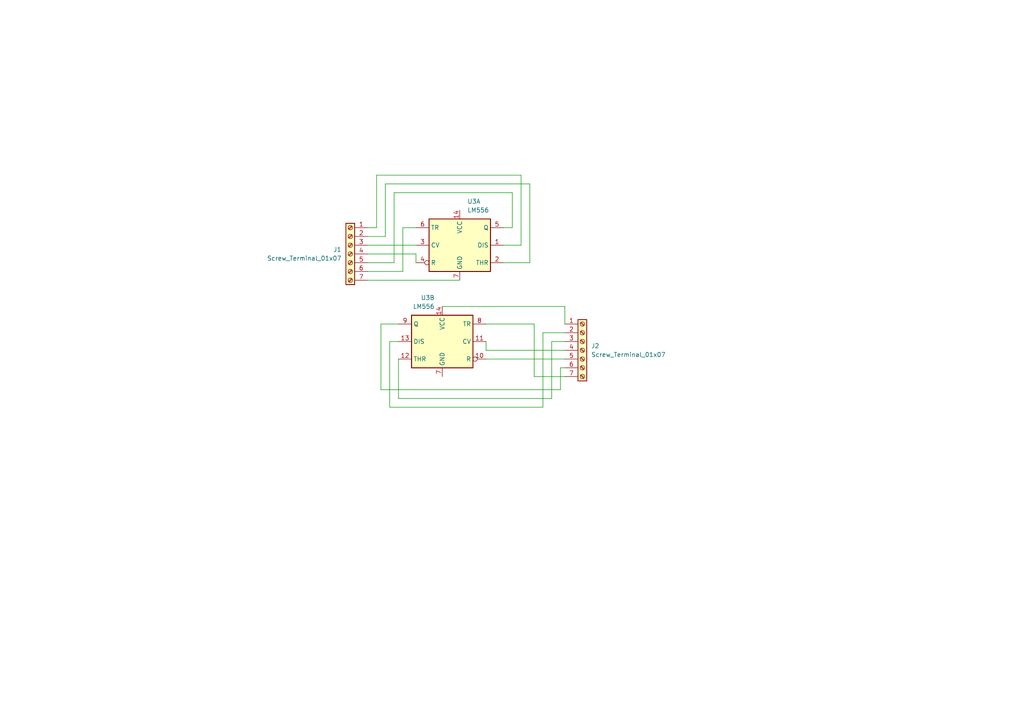
<source format=kicad_sch>
(kicad_sch (version 20230121) (generator eeschema)
  (paper "A4")
  (lib_symbols
    (symbol "Connector:Screw_Terminal_01x07" (pin_names (offset 1.016) hide)
      (property "Reference" "J" (at 0 10.16 0))
      (property "Value" "Screw_Terminal_01x07" (at 0 -10.16 0))
      (symbol "Screw_Terminal_01x07_1_1"
        (rectangle (start -1.27 8.89) (end 1.27 -8.89) (stroke (width 0.254)) (fill (type background)))
        (circle (center 0 -7.62) (radius 0.635) (stroke (width 0.1524)))
        (circle (center 0 -5.08) (radius 0.635) (stroke (width 0.1524)))
        (circle (center 0 -2.54) (radius 0.635) (stroke (width 0.1524)))
        (polyline (pts (xy -0.5334 -7.2898) (xy 0.3302 -8.128)) (stroke (width 0.1524)))
        (polyline (pts (xy -0.5334 -4.7498) (xy 0.3302 -5.588)) (stroke (width 0.1524)))
        (polyline (pts (xy -0.5334 -2.2098) (xy 0.3302 -3.048)) (stroke (width 0.1524)))
        (polyline (pts (xy -0.5334 0.3302) (xy 0.3302 -0.508)) (stroke (width 0.1524)))
        (polyline (pts (xy -0.5334 2.8702) (xy 0.3302 2.032)) (stroke (width 0.1524)))
        (polyline (pts (xy -0.5334 5.4102) (xy 0.3302 4.572)) (stroke (width 0.1524)))
        (polyline (pts (xy -0.5334 7.9502) (xy 0.3302 7.112)) (stroke (width 0.1524)))
        (polyline (pts (xy -0.3556 -7.112) (xy 0.508 -7.9502)) (stroke (width 0.1524)))
        (polyline (pts (xy -0.3556 -4.572) (xy 0.508 -5.4102)) (stroke (width 0.1524)))
        (polyline (pts (xy -0.3556 -2.032) (xy 0.508 -2.8702)) (stroke (width 0.1524)))
        (polyline (pts (xy -0.3556 0.508) (xy 0.508 -0.3302)) (stroke (width 0.1524)))
        (polyline (pts (xy -0.3556 3.048) (xy 0.508 2.2098)) (stroke (width 0.1524)))
        (polyline (pts (xy -0.3556 5.588) (xy 0.508 4.7498)) (stroke (width 0.1524)))
        (polyline (pts (xy -0.3556 8.128) (xy 0.508 7.2898)) (stroke (width 0.1524)))
        (circle (center 0 0) (radius 0.635) (stroke (width 0.1524)))
        (circle (center 0 2.54) (radius 0.635) (stroke (width 0.1524)))
        (circle (center 0 5.08) (radius 0.635) (stroke (width 0.1524)))
        (circle (center 0 7.62) (radius 0.635) (stroke (width 0.1524)))
        (pin passive line (at -5.08 7.62 0) (length 3.81) (name "Pin_1") (number "1"))
        (pin passive line (at -5.08 5.08 0) (length 3.81) (name "Pin_2") (number "2"))
        (pin passive line (at -5.08 2.54 0) (length 3.81) (name "Pin_3") (number "3"))
        (pin passive line (at -5.08 0 0) (length 3.81) (name "Pin_4") (number "4"))
        (pin passive line (at -5.08 -2.54 0) (length 3.81) (name "Pin_5") (number "5"))
        (pin passive line (at -5.08 -5.08 0) (length 3.81) (name "Pin_6") (number "6"))
        (pin passive line (at -5.08 -7.62 0) (length 3.81) (name "Pin_7") (number "7"))
      )
    )
    (symbol "Timer:LM556"
      (property "Reference" "U" (at -10.16 8.89 0))
      (property "Value" "LM556" (at -10.16 -8.89 0))
      (symbol "LM556_0_0"
        (pin power_in line (at 0 10.16 270) (length 2.54) (name "VCC") (number "14"))
        (pin power_in line (at 0 -10.16 90) (length 2.54) (name "GND") (number "7"))
      )
      (symbol "LM556_0_1"
        (rectangle (start -8.89 -7.62) (end 8.89 7.62) (stroke (width 0.254)) (fill (type background)))
        (rectangle (start -8.89 -7.62) (end 8.89 7.62) (stroke (width 0.254)) (fill (type background)))
      )
      (symbol "LM556_1_1"
        (pin input line (at 12.7 0 180) (length 3.81) (name "DIS") (number "1"))
        (pin input line (at 12.7 -5.08 180) (length 3.81) (name "THR") (number "2"))
        (pin input line (at -12.7 0 0) (length 3.81) (name "CV") (number "3"))
        (pin input inverted (at -12.7 -5.08 0) (length 3.81) (name "R") (number "4"))
        (pin output line (at 12.7 5.08 180) (length 3.81) (name "Q") (number "5"))
        (pin input line (at -12.7 5.08 0) (length 3.81) (name "TR") (number "6"))
      )
      (symbol "LM556_2_1"
        (pin input inverted (at -12.7 -5.08 0) (length 3.81) (name "R") (number "10"))
        (pin input line (at -12.7 0 0) (length 3.81) (name "CV") (number "11"))
        (pin input line (at 12.7 -5.08 180) (length 3.81) (name "THR") (number "12"))
        (pin input line (at 12.7 0 180) (length 3.81) (name "DIS") (number "13"))
        (pin input line (at -12.7 5.08 0) (length 3.81) (name "TR") (number "8"))
        (pin output line (at 12.7 5.08 180) (length 3.81) (name "Q") (number "9"))
      )
    )
  )
  (wire (pts (xy 109.22 66.04) (xy 106.68 66.04)))
  (wire (pts (xy 157.48 96.52) (xy 163.83 96.52)))
  (wire (pts (xy 146.05 76.2) (xy 153.67 76.2)))
  (wire (pts (xy 162.56 106.68) (xy 163.83 106.68)))
  (wire (pts (xy 120.65 73.66) (xy 106.68 73.66)))
  (wire (pts (xy 115.57 104.14) (xy 115.57 115.57)))
  (wire (pts (xy 140.97 104.14) (xy 163.83 104.14)))
  (wire (pts (xy 154.94 109.22) (xy 163.83 109.22)))
  (wire (pts (xy 113.03 99.06) (xy 113.03 118.11)))
  (wire (pts (xy 153.67 53.34) (xy 111.76 53.34)))
  (wire (pts (xy 120.65 76.2) (xy 120.65 73.66)))
  (wire (pts (xy 148.59 66.04) (xy 148.59 55.88)))
  (wire (pts (xy 163.83 93.98) (xy 163.83 88.9)))
  (wire (pts (xy 109.22 50.8) (xy 109.22 66.04)))
  (wire (pts (xy 113.03 118.11) (xy 157.48 118.11)))
  (wire (pts (xy 151.13 50.8) (xy 109.22 50.8)))
  (wire (pts (xy 111.76 53.34) (xy 111.76 68.58)))
  (wire (pts (xy 148.59 66.04) (xy 146.05 66.04)))
  (wire (pts (xy 148.59 55.88) (xy 114.3 55.88)))
  (wire (pts (xy 160.02 99.06) (xy 163.83 99.06)))
  (wire (pts (xy 120.65 66.04) (xy 116.84 66.04)))
  (wire (pts (xy 163.83 101.6) (xy 140.97 101.6)))
  (wire (pts (xy 116.84 66.04) (xy 116.84 78.74)))
  (wire (pts (xy 115.57 115.57) (xy 160.02 115.57)))
  (wire (pts (xy 140.97 101.6) (xy 140.97 99.06)))
  (wire (pts (xy 110.49 93.98) (xy 110.49 113.03)))
  (wire (pts (xy 153.67 76.2) (xy 153.67 53.34)))
  (wire (pts (xy 106.68 81.28) (xy 133.35 81.28)))
  (wire (pts (xy 140.97 93.98) (xy 154.94 93.98)))
  (wire (pts (xy 160.02 115.57) (xy 160.02 99.06)))
  (wire (pts (xy 115.57 93.98) (xy 110.49 93.98)))
  (wire (pts (xy 146.05 71.12) (xy 151.13 71.12)))
  (wire (pts (xy 162.56 113.03) (xy 162.56 106.68)))
  (wire (pts (xy 163.83 88.9) (xy 128.27 88.9)))
  (wire (pts (xy 114.3 55.88) (xy 114.3 76.2)))
  (wire (pts (xy 115.57 99.06) (xy 113.03 99.06)))
  (wire (pts (xy 154.94 93.98) (xy 154.94 109.22)))
  (wire (pts (xy 111.76 68.58) (xy 106.68 68.58)))
  (wire (pts (xy 157.48 118.11) (xy 157.48 96.52)))
  (wire (pts (xy 151.13 71.12) (xy 151.13 50.8)))
  (wire (pts (xy 110.49 113.03) (xy 162.56 113.03)))
  (wire (pts (xy 106.68 71.12) (xy 120.65 71.12)))
  (wire (pts (xy 106.68 78.74) (xy 116.84 78.74)))
  (wire (pts (xy 114.3 76.2) (xy 106.68 76.2)))
  (symbol (lib_id "Connector:Screw_Terminal_01x07") (at 168.91 101.6 0) (unit 1)
    (property "Reference" "J2" (at 171.45 100.33 0) (effects (justify left)))
    (property "Value" "Screw_Terminal_01x07" (at 171.45 102.87 0) (effects (justify left)))
    (property "Footprint" "TerminalBlock_Phoenix:TerminalBlock_Phoenix_MKDS-1,5-7-5.08_1x07_P5.08mm_Horizontal" (effects hide))
  )
  (symbol (lib_id "Connector:Screw_Terminal_01x07") (at 101.6 73.66 0) (mirror y) (unit 1)
    (property "Reference" "J1" (at 99.06 72.39 0) (effects (justify left)))
    (property "Value" "Screw_Terminal_01x07" (at 99.06 74.93 0) (effects (justify left)))
    (property "Footprint" "TerminalBlock_Phoenix:TerminalBlock_Phoenix_MKDS-1,5-7-5.08_1x07_P5.08mm_Horizontal" (effects hide))
  )
  (symbol (lib_id "Timer:LM556") (at 133.35 71.12 0) (unit 1)
    (property "Reference" "U3" (at 135.5441 58.42 0) (effects (justify left)))
    (property "Value" "LM556" (at 135.5441 60.96 0) (effects (justify left)))
    (property "Footprint" "Package_DIP:DIP-14_W7.62mm_Socket_LongPads" (effects hide))
    (property "Datasheet" "http://www.ti.com/lit/ds/symlink/lm556.pdf" (effects hide))
  )
  (symbol (lib_id "Timer:LM556") (at 128.27 99.06 0) (mirror y) (unit 2)
    (property "Reference" "U3" (at 126.0759 86.36 0) (effects (justify left)))
    (property "Value" "LM556" (at 126.0759 88.9 0) (effects (justify left)))
    (property "Footprint" "Package_DIP:DIP-14_W7.62mm_Socket_LongPads" (effects hide))
    (property "Datasheet" "http://www.ti.com/lit/ds/symlink/lm556.pdf" (effects hide))
  )
)
</source>
